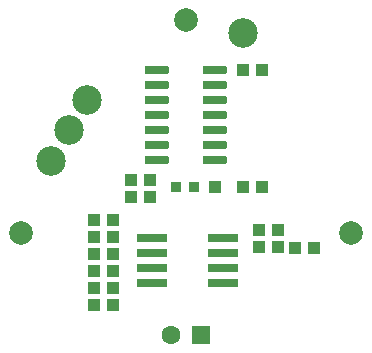
<source format=gbr>
G04*
G04 #@! TF.GenerationSoftware,Altium Limited,Altium Designer,23.10.1 (27)*
G04*
G04 Layer_Color=8388736*
%FSLAX44Y44*%
%MOMM*%
G71*
G04*
G04 #@! TF.SameCoordinates,F1356F94-EBF5-402A-8C13-2620F03D8000*
G04*
G04*
G04 #@! TF.FilePolarity,Negative*
G04*
G01*
G75*
%ADD16R,1.0500X1.0500*%
G04:AMPARAMS|DCode=17|XSize=2.6mm|YSize=0.75mm|CornerRadius=0.2125mm|HoleSize=0mm|Usage=FLASHONLY|Rotation=0.000|XOffset=0mm|YOffset=0mm|HoleType=Round|Shape=RoundedRectangle|*
%AMROUNDEDRECTD17*
21,1,2.6000,0.3250,0,0,0.0*
21,1,2.1750,0.7500,0,0,0.0*
1,1,0.4250,1.0875,-0.1625*
1,1,0.4250,-1.0875,-0.1625*
1,1,0.4250,-1.0875,0.1625*
1,1,0.4250,1.0875,0.1625*
%
%ADD17ROUNDEDRECTD17*%
G04:AMPARAMS|DCode=18|XSize=2.07mm|YSize=0.7mm|CornerRadius=0.2mm|HoleSize=0mm|Usage=FLASHONLY|Rotation=180.000|XOffset=0mm|YOffset=0mm|HoleType=Round|Shape=RoundedRectangle|*
%AMROUNDEDRECTD18*
21,1,2.0700,0.3000,0,0,180.0*
21,1,1.6700,0.7000,0,0,180.0*
1,1,0.4000,-0.8350,0.1500*
1,1,0.4000,0.8350,0.1500*
1,1,0.4000,0.8350,-0.1500*
1,1,0.4000,-0.8350,-0.1500*
%
%ADD18ROUNDEDRECTD18*%
%ADD19R,0.9000X0.9000*%
%ADD20R,1.1000X1.1000*%
%ADD21C,2.5000*%
%ADD22R,1.6000X1.6000*%
%ADD23C,1.6000*%
%ADD24C,2.0000*%
D16*
X-30564Y-169103D02*
D03*
X-46564D02*
D03*
X-46532Y-155009D02*
D03*
X-30531D02*
D03*
X48388Y-161459D02*
D03*
X64388D02*
D03*
X-61693Y-203179D02*
D03*
X-77693D02*
D03*
X92632Y-212473D02*
D03*
X108631D02*
D03*
X77888Y-212191D02*
D03*
X61888D02*
D03*
X77887Y-197613D02*
D03*
X61887D02*
D03*
X-61693Y-188731D02*
D03*
X-77693D02*
D03*
X-77568Y-217572D02*
D03*
X-61568D02*
D03*
X64388Y-61580D02*
D03*
X48388D02*
D03*
X-61693Y-232076D02*
D03*
X-77693D02*
D03*
X-61693Y-246524D02*
D03*
X-77693D02*
D03*
X-61693Y-260973D02*
D03*
X-77693D02*
D03*
D17*
X30971Y-204563D02*
D03*
Y-217263D02*
D03*
Y-229963D02*
D03*
Y-242663D02*
D03*
X-29029D02*
D03*
Y-229963D02*
D03*
Y-217263D02*
D03*
Y-204563D02*
D03*
D18*
X-24750Y-138100D02*
D03*
Y-125400D02*
D03*
Y-112700D02*
D03*
Y-100000D02*
D03*
Y-87300D02*
D03*
Y-74600D02*
D03*
Y-61900D02*
D03*
X24750D02*
D03*
Y-74600D02*
D03*
Y-87300D02*
D03*
Y-100000D02*
D03*
Y-112700D02*
D03*
Y-125400D02*
D03*
Y-138100D02*
D03*
D19*
X6426Y-161230D02*
D03*
X-8574D02*
D03*
D20*
X24750Y-161459D02*
D03*
D21*
X-84128Y-87199D02*
D03*
X-99128Y-113180D02*
D03*
X-114128Y-139160D02*
D03*
X48068Y-30525D02*
D03*
D22*
X12700Y-286480D02*
D03*
D23*
X-12700D02*
D03*
D24*
X140000Y-200000D02*
D03*
X50Y-20000D02*
D03*
X-140000Y-200000D02*
D03*
M02*

</source>
